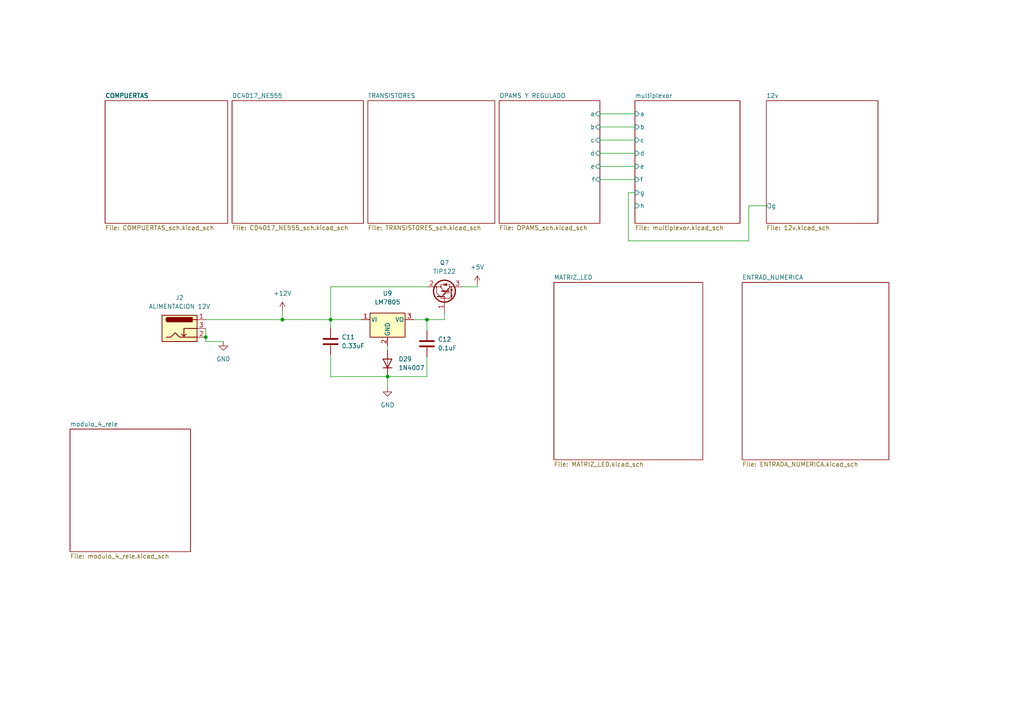
<source format=kicad_sch>
(kicad_sch (version 20211123) (generator eeschema)
  (paper "A4")
  (lib_symbols
    (symbol "Connector:Barrel_Jack_Switch" (pin_names hide)
      (property "Reference" "J" (at 0 5.334 0))
      (property "Value" "Barrel_Jack_Switch" (at 0 -5.08 0))
      (symbol "Barrel_Jack_Switch_0_1"
        (rectangle (start -5.08 3.81) (end 5.08 -3.81) (stroke (width 0.254)) (fill (type background)))
        (arc (start -3.302 3.175) (mid -3.937 2.54) (end -3.302 1.905) (stroke (width 0.254)))
        (arc (start -3.302 3.175) (mid -3.937 2.54) (end -3.302 1.905) (stroke (width 0.254)) (fill (type outline)))
        (polyline (pts (xy 1.27 -2.286) (xy 1.905 -1.651)) (stroke (width 0.254)))
        (polyline (pts (xy 5.08 2.54) (xy 3.81 2.54)) (stroke (width 0.254)))
        (polyline (pts (xy 5.08 0) (xy 1.27 0) (xy 1.27 -2.286) (xy 0.635 -1.651)) (stroke (width 0.254)))
        (polyline (pts (xy -3.81 -2.54) (xy -2.54 -2.54) (xy -1.27 -1.27) (xy 0 -2.54) (xy 2.54 -2.54) (xy 5.08 -2.54)) (stroke (width 0.254)))
        (rectangle (start 3.683 3.175) (end -3.302 1.905) (stroke (width 0.254)) (fill (type outline)))
      )
      (symbol "Barrel_Jack_Switch_1_1"
        (pin passive line (at 7.62 2.54 180) (length 2.54) (name "~") (number "1"))
        (pin passive line (at 7.62 -2.54 180) (length 2.54) (name "~") (number "2"))
        (pin passive line (at 7.62 0 180) (length 2.54) (name "~") (number "3"))
      )
    )
    (symbol "Device:C" (pin_numbers hide) (pin_names (offset 0.254))
      (property "Reference" "C" (at 0.635 2.54 0))
      (property "Value" "C" (at 0.635 -2.54 0))
      (symbol "C_0_1"
        (polyline (pts (xy -2.032 -0.762) (xy 2.032 -0.762)) (stroke (width 0.508)))
        (polyline (pts (xy -2.032 0.762) (xy 2.032 0.762)) (stroke (width 0.508)))
      )
      (symbol "C_1_1"
        (pin passive line (at 0 3.81 270) (length 2.794) (name "~") (number "1"))
        (pin passive line (at 0 -3.81 90) (length 2.794) (name "~") (number "2"))
      )
    )
    (symbol "Diode:1N4007" (pin_numbers hide) (pin_names hide)
      (property "Reference" "D" (at 0 2.54 0))
      (property "Value" "1N4007" (at 0 -2.54 0))
      (symbol "1N4007_0_1"
        (polyline (pts (xy -1.27 1.27) (xy -1.27 -1.27)) (stroke (width 0.254)))
        (polyline (pts (xy 1.27 0) (xy -1.27 0)))
        (polyline (pts (xy 1.27 1.27) (xy 1.27 -1.27) (xy -1.27 0) (xy 1.27 1.27)) (stroke (width 0.254)))
      )
      (symbol "1N4007_1_1"
        (pin passive line (at -3.81 0 0) (length 2.54) (name "K") (number "1"))
        (pin passive line (at 3.81 0 180) (length 2.54) (name "A") (number "2"))
      )
    )
    (symbol "Regulator_Linear:LM7805_TO220" (pin_names (offset 0.254))
      (property "Reference" "U" (at -3.81 3.175 0))
      (property "Value" "LM7805_TO220" (at 0 3.175 0))
      (symbol "LM7805_TO220_0_1"
        (rectangle (start -5.08 1.905) (end 5.08 -5.08) (stroke (width 0.254)) (fill (type background)))
      )
      (symbol "LM7805_TO220_1_1"
        (pin power_in line (at -7.62 0 0) (length 2.54) (name "VI") (number "1"))
        (pin power_in line (at 0 -7.62 90) (length 2.54) (name "GND") (number "2"))
        (pin power_out line (at 7.62 0 180) (length 2.54) (name "VO") (number "3"))
      )
    )
    (symbol "Transistor_BJT:TIP122" (pin_names (offset 0) hide)
      (property "Reference" "Q" (at 5.08 1.905 0))
      (property "Value" "TIP122" (at 5.08 0 0))
      (symbol "TIP122_0_1"
        (circle (center -0.762 0) (radius 0.127))
        (polyline (pts (xy -1.27 0) (xy -0.889 0)))
        (polyline (pts (xy 2.54 -2.032) (xy 2.54 -2.54)))
        (polyline (pts (xy 2.54 -1.524) (xy 3.175 -1.524)))
        (polyline (pts (xy 2.794 0.127) (xy 3.556 0.127)))
        (polyline (pts (xy 3.175 -0.635) (xy 3.175 -1.524)))
        (polyline (pts (xy 3.175 1.016) (xy 2.54 1.016)))
        (polyline (pts (xy 3.175 1.016) (xy 3.175 0.127)))
        (polyline (pts (xy -0.254 0.762) (xy 0.762 -0.254) (xy 1.27 -0.254)))
        (polyline (pts (xy -0.254 1.016) (xy -0.762 1.016) (xy -0.762 -2.032)))
        (polyline (pts (xy -0.254 1.27) (xy 0.762 2.286) (xy 2.54 2.286)))
        (polyline (pts (xy -0.254 2.032) (xy -0.254 0) (xy -0.254 0)) (stroke (width 0.3048)))
        (polyline (pts (xy 1.27 0.762) (xy 1.27 -1.27) (xy 1.27 -1.27)) (stroke (width 0.381)))
        (polyline (pts (xy 0.635 -0.127) (xy 0.381 0.381) (xy 0.127 0.127) (xy 0.635 -0.127)))
        (polyline (pts (xy 1.27 -0.508) (xy 2.286 -1.524) (xy 2.54 -1.524) (xy 2.54 -2.032)))
        (polyline (pts (xy 1.27 0) (xy 2.286 1.016) (xy 2.54 1.016) (xy 2.54 2.286)))
        (polyline (pts (xy 2.159 -1.397) (xy 1.905 -0.889) (xy 1.651 -1.143) (xy 2.159 -1.397)))
        (polyline (pts (xy 3.175 0.127) (xy 2.794 -0.635) (xy 3.556 -0.635) (xy 3.175 0.127)) (fill (type outline)))
        (polyline (pts (xy 0.762 -2.032) (xy 0.381 -2.032) (xy 0.254 -2.286) (xy 0.127 -1.778) (xy 0 -2.286) (xy -0.127 -1.778) (xy -0.254 -2.286) (xy -0.381 -1.778) (xy -0.508 -2.032) (xy -0.762 -2.032)))
        (polyline (pts (xy 0.762 -0.254) (xy 0.762 -2.032) (xy 1.143 -2.032) (xy 1.27 -1.778) (xy 1.397 -2.286) (xy 1.524 -1.778) (xy 1.651 -2.286) (xy 1.778 -1.778) (xy 1.905 -2.286) (xy 2.032 -2.032) (xy 2.54 -2.032)))
        (circle (center 0.762 -2.032) (radius 0.127))
        (circle (center 0.762 -0.254) (radius 0.127))
        (circle (center 1.27 0) (radius 3.175) (stroke (width 0.3556)))
        (circle (center 2.54 -2.032) (radius 0.127))
        (circle (center 2.54 -1.524) (radius 0.127))
        (circle (center 2.54 1.016) (radius 0.127))
        (circle (center 2.54 2.286) (radius 0.127))
      )
      (symbol "TIP122_1_1"
        (pin input line (at -5.08 0 0) (length 3.81) (name "B") (number "1"))
        (pin passive line (at 2.54 5.08 270) (length 2.667) (name "C") (number "2"))
        (pin passive line (at 2.54 -5.08 90) (length 2.54) (name "E") (number "3"))
      )
    )
    (symbol "power:+12V" (power) (pin_names (offset 0))
      (property "Value" "+12V" (at 0 3.556 0))
      (symbol "+12V_0_1"
        (polyline (pts (xy -0.762 1.27) (xy 0 2.54)))
        (polyline (pts (xy 0 0) (xy 0 2.54)))
        (polyline (pts (xy 0 2.54) (xy 0.762 1.27)))
      )
      (symbol "+12V_1_1"
        (pin power_in line (at 0 0 90) (length 0) hide (name "+12V") (number "1"))
      )
    )
    (symbol "power:+5V" (power) (pin_names (offset 0))
      (property "Value" "+5V" (at 0 3.556 0))
      (symbol "+5V_0_1"
        (polyline (pts (xy -0.762 1.27) (xy 0 2.54)))
        (polyline (pts (xy 0 0) (xy 0 2.54)))
        (polyline (pts (xy 0 2.54) (xy 0.762 1.27)))
      )
      (symbol "+5V_1_1"
        (pin power_in line (at 0 0 90) (length 0) hide (name "+5V") (number "1"))
      )
    )
    (symbol "power:GND" (power) (pin_names (offset 0))
      (property "Value" "GND" (at 0 -3.81 0))
      (symbol "GND_0_1"
        (polyline (pts (xy 0 0) (xy 0 -1.27) (xy 1.27 -1.27) (xy 0 -2.54) (xy -1.27 -1.27) (xy 0 -1.27)))
      )
      (symbol "GND_1_1"
        (pin power_in line (at 0 0 270) (length 0) hide (name "GND") (number "1"))
      )
    )
  )
  (junction (at 59.69 97.79))
  (junction (at 112.395 109.22))
  (junction (at 123.825 92.71))
  (junction (at 95.885 92.71))
  (junction (at 81.915 92.71))
  (wire (pts (xy 173.99 44.45) (xy 184.15 44.45)))
  (wire (pts (xy 222.25 59.69) (xy 217.17 59.69)))
  (wire (pts (xy 217.17 69.85) (xy 182.245 69.85)))
  (wire (pts (xy 173.99 40.64) (xy 184.15 40.64)))
  (wire (pts (xy 182.245 55.88) (xy 184.15 55.88)))
  (wire (pts (xy 182.245 69.85) (xy 182.245 55.88)))
  (wire (pts (xy 81.915 92.71) (xy 95.885 92.71)))
  (wire (pts (xy 59.69 92.71) (xy 81.915 92.71)))
  (wire (pts (xy 173.99 36.83) (xy 184.15 36.83)))
  (wire (pts (xy 95.885 83.185) (xy 95.885 92.71)))
  (wire (pts (xy 128.905 92.71) (xy 123.825 92.71)))
  (wire (pts (xy 59.69 95.25) (xy 59.69 97.79)))
  (wire (pts (xy 59.69 99.06) (xy 59.69 97.79)))
  (wire (pts (xy 133.985 83.185) (xy 138.43 83.185)))
  (wire (pts (xy 112.395 100.33) (xy 112.395 101.6)))
  (wire (pts (xy 173.99 52.07) (xy 184.15 52.07)))
  (wire (pts (xy 123.825 95.885) (xy 123.825 92.71)))
  (wire (pts (xy 123.825 109.22) (xy 123.825 103.505)))
  (wire (pts (xy 173.99 33.02) (xy 184.15 33.02)))
  (wire (pts (xy 95.885 109.22) (xy 112.395 109.22)))
  (wire (pts (xy 95.885 92.71) (xy 104.775 92.71)))
  (wire (pts (xy 123.825 92.71) (xy 120.015 92.71)))
  (wire (pts (xy 112.395 109.22) (xy 112.395 112.395)))
  (wire (pts (xy 64.77 99.06) (xy 59.69 99.06)))
  (wire (pts (xy 81.915 90.17) (xy 81.915 92.71)))
  (wire (pts (xy 138.43 83.185) (xy 138.43 82.55)))
  (wire (pts (xy 95.885 92.71) (xy 95.885 95.25)))
  (wire (pts (xy 173.99 48.26) (xy 184.15 48.26)))
  (wire (pts (xy 95.885 102.87) (xy 95.885 109.22)))
  (wire (pts (xy 128.905 90.805) (xy 128.905 92.71)))
  (wire (pts (xy 217.17 59.69) (xy 217.17 69.85)))
  (wire (pts (xy 123.825 83.185) (xy 95.885 83.185)))
  (wire (pts (xy 112.395 109.22) (xy 123.825 109.22)))
  (symbol (lib_id "Device:C") (at 95.885 99.06 0) (unit 1)
    (property "Reference" "C11" (at 99.06 97.7899 0) (effects (justify left)))
    (property "Value" "0.33uF" (at 99.06 100.3299 0) (effects (justify left)))
    (property "Footprint" "Capacitor_THT:C_Disc_D5.0mm_W2.5mm_P5.00mm" (effects hide))
  )
  (symbol (lib_id "Transistor_BJT:TIP122") (at 128.905 85.725 90) (unit 1)
    (property "Reference" "Q7" (at 128.905 76.2 90))
    (property "Value" "TIP122" (at 128.905 78.74 90))
    (property "Footprint" "Package_TO_SOT_THT:TO-220-3_Vertical" (effects hide))
    (property "Datasheet" "https://www.onsemi.com/pub/Collateral/TIP120-D.PDF" (effects hide))
  )
  (symbol (lib_id "Regulator_Linear:LM7805_TO220") (at 112.395 92.71 0) (unit 1)
    (property "Reference" "U9" (at 112.395 85.09 0))
    (property "Value" "LM7805" (at 112.395 87.63 0))
    (property "Footprint" "Package_TO_SOT_THT:TO-220-3_Vertical" (effects hide))
    (property "Datasheet" "https://www.onsemi.cn/PowerSolutions/document/MC7800-D.PDF" (effects hide))
  )
  (symbol (lib_id "power:+12V") (at 81.915 90.17 0) (unit 1)
    (property "Reference" "#PWR0122" (effects hide))
    (property "Value" "+12V" (at 81.915 85.09 0))
  )
  (symbol (lib_id "Connector:Barrel_Jack_Switch") (at 52.07 95.25 0) (unit 1)
    (property "Reference" "J2" (at 52.07 86.36 0))
    (property "Value" "ALIMENTACION 12V" (at 52.07 88.9 0))
    (property "Footprint" "Connector_BarrelJack:BarrelJack_GCT_DCJ200-10-A_Horizontal" (effects hide))
  )
  (symbol (lib_id "power:GND") (at 112.395 112.395 0) (unit 1)
    (property "Reference" "#PWR0119" (effects hide))
    (property "Value" "GND" (at 112.395 117.475 0))
  )
  (symbol (lib_id "power:GND") (at 64.77 99.06 0) (unit 1)
    (property "Reference" "#PWR0152" (effects hide))
    (property "Value" "GND" (at 64.77 104.14 0))
  )
  (symbol (lib_id "power:+5V") (at 138.43 82.55 0) (unit 1)
    (property "Reference" "#PWR0153" (effects hide))
    (property "Value" "+5V" (at 138.43 77.47 0))
  )
  (symbol (lib_id "Diode:1N4007") (at 112.395 105.41 90) (unit 1)
    (property "Reference" "D29" (at 115.57 104.1399 90) (effects (justify right)))
    (property "Value" "1N4007" (at 115.57 106.6799 90) (effects (justify right)))
    (property "Footprint" "Diode_THT:D_DO-41_SOD81_P10.16mm_Horizontal" (effects hide))
    (property "Datasheet" "http://www.vishay.com/docs/88503/1n4001.pdf" (effects hide))
  )
  (symbol (lib_id "Device:C") (at 123.825 99.695 0) (unit 1)
    (property "Reference" "C12" (at 127 98.4249 0) (effects (justify left)))
    (property "Value" "0.1uF" (at 127 100.9649 0) (effects (justify left)))
    (property "Footprint" "Capacitor_THT:C_Disc_D5.0mm_W2.5mm_P5.00mm" (effects hide))
  )
  (sheet (at 30.48 29.21) (size 35.56 35.56) (stroke (width 0.1524))
    (property "Sheet name" "COMPUERTAS" (at 30.48 28.4984 0) (effects (font bold) (justify left bottom)))
    (property "Sheet file" "COMPUERTAS_sch.kicad_sch" (at 30.48 65.3546 0) (effects (justify left top)))
  )
  (sheet (at 215.265 81.915) (size 42.545 51.435) (stroke (width 0.1524))
    (property "Sheet name" "ENTRAD_NUMERICA" (at 215.265 81.2034 0) (effects (justify left bottom)))
    (property "Sheet file" "ENTRADA_NUMERICA.kicad_sch" (at 215.265 133.9346 0) (effects (justify left top)))
  )
  (sheet (at 184.15 29.21) (size 30.48 35.56) (stroke (width 0.1524))
    (property "Sheet name" "multiplexor" (at 184.15 28.4984 0) (effects (justify left bottom)))
    (property "Sheet file" "multiplexor.kicad_sch" (at 184.15 65.3546 0) (effects (justify left top)))
    (pin "g" input (at 184.15 55.88 180))
    (pin "f" input (at 184.15 52.07 180))
    (pin "h" input (at 184.15 59.69 180))
    (pin "b" input (at 184.15 36.83 180))
    (pin "e" input (at 184.15 48.26 180))
    (pin "d" input (at 184.15 44.45 180))
    (pin "c" input (at 184.15 40.64 180))
    (pin "a" input (at 184.15 33.02 180))
  )
  (sheet (at 144.78 29.21) (size 29.21 35.56) (stroke (width 0.1524))
    (property "Sheet name" "OPAMS Y REGULADO" (at 144.78 28.4984 0) (effects (justify left bottom)))
    (property "Sheet file" "OPAMS_sch.kicad_sch" (at 144.78 65.3546 0) (effects (justify left top)))
    (pin "b" input (at 173.99 36.83 0))
    (pin "d" input (at 173.99 44.45 0))
    (pin "a" input (at 173.99 33.02 0))
    (pin "c" input (at 173.99 40.64 0))
    (pin "e" input (at 173.99 48.26 0))
    (pin "f" input (at 173.99 52.07 0))
  )
  (sheet (at 222.25 29.21) (size 32.385 35.56) (stroke (width 0.1524))
    (property "Sheet name" "12v" (at 222.25 28.4984 0) (effects (justify left bottom)))
    (property "Sheet file" "12v.kicad_sch" (at 222.25 65.3546 0) (effects (justify left top)))
    (pin "g" output (at 222.25 59.69 180))
  )
  (sheet (at 20.32 124.46) (size 34.925 35.56) (stroke (width 0.1524))
    (property "Sheet name" "modulo_4_rele" (at 20.32 123.7484 0) (effects (justify left bottom)))
    (property "Sheet file" "modulo_4_rele.kicad_sch" (at 20.32 160.6046 0) (effects (justify left top)))
  )
  (sheet (at 67.31 29.21) (size 38.1 35.56) (stroke (width 0.1524))
    (property "Sheet name" "DC4017_NE555" (at 67.31 28.4984 0) (effects (justify left bottom)))
    (property "Sheet file" "CD4017_NE555_sch.kicad_sch" (at 67.31 65.3546 0) (effects (justify left top)))
  )
  (sheet (at 106.68 29.21) (size 36.83 35.56) (stroke (width 0.1524))
    (property "Sheet name" "TRANSISTORES" (at 106.68 28.4984 0) (effects (justify left bottom)))
    (property "Sheet file" "TRANSISTORES_sch.kicad_sch" (at 106.68 65.3546 0) (effects (justify left top)))
  )
  (sheet (at 160.655 81.915) (size 43.18 51.435) (stroke (width 0.1524))
    (property "Sheet name" "MATRIZ_LED" (at 160.655 81.2034 0) (effects (justify left bottom)))
    (property "Sheet file" "MATRIZ_LED.kicad_sch" (at 160.655 133.9346 0) (effects (justify left top)))
  )
)
</source>
